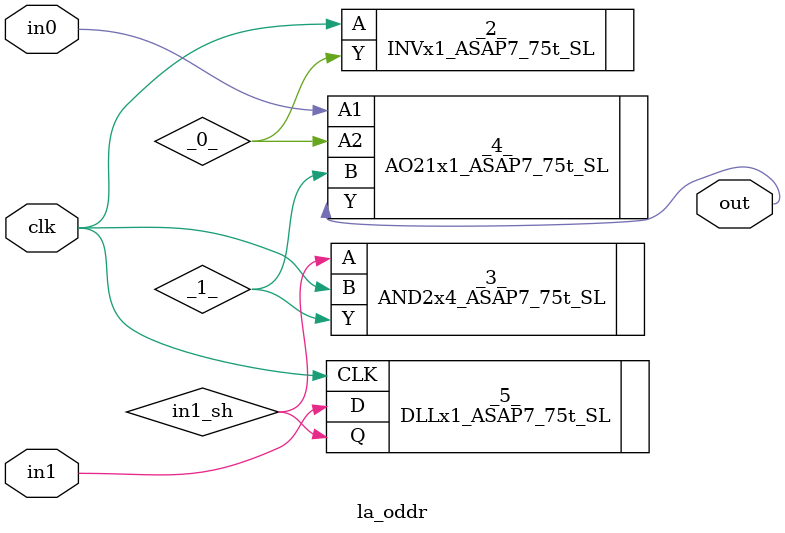
<source format=v>

/* Generated by Yosys 0.44 (git sha1 80ba43d26, g++ 11.4.0-1ubuntu1~22.04 -fPIC -O3) */

(* top =  1  *)
(* src = "generated" *)
module la_oddr (
    clk,
    in0,
    in1,
    out
);
  wire _0_;
  wire _1_;
  (* src = "generated" *)
  input clk;
  wire clk;
  (* src = "generated" *)
  input in0;
  wire in0;
  (* src = "generated" *)
  input in1;
  wire in1;
  (* src = "generated" *)
  wire in1_sh;
  (* src = "generated" *)
  output out;
  wire out;
  INVx1_ASAP7_75t_SL _2_ (
      .A(clk),
      .Y(_0_)
  );
  AND2x4_ASAP7_75t_SL _3_ (
      .A(in1_sh),
      .B(clk),
      .Y(_1_)
  );
  AO21x1_ASAP7_75t_SL _4_ (
      .A1(in0),
      .A2(_0_),
      .B (_1_),
      .Y (out)
  );
  (* module_not_derived = 32'b00000000000000000000000000000001 *) (* src = "generated" *)
  DLLx1_ASAP7_75t_SL _5_ (
      .CLK(clk),
      .D  (in1),
      .Q  (in1_sh)
  );
endmodule

</source>
